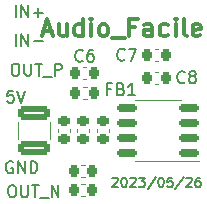
<source format=gto>
G04 #@! TF.GenerationSoftware,KiCad,Pcbnew,(6.0.8)*
G04 #@! TF.CreationDate,2023-05-27T16:58:21+02:00*
G04 #@! TF.ProjectId,10_Audio_Facile,31305f41-7564-4696-9f5f-466163696c65,rev?*
G04 #@! TF.SameCoordinates,Original*
G04 #@! TF.FileFunction,Legend,Top*
G04 #@! TF.FilePolarity,Positive*
%FSLAX46Y46*%
G04 Gerber Fmt 4.6, Leading zero omitted, Abs format (unit mm)*
G04 Created by KiCad (PCBNEW (6.0.8)) date 2023-05-27 16:58:21*
%MOMM*%
%LPD*%
G01*
G04 APERTURE LIST*
G04 Aperture macros list*
%AMRoundRect*
0 Rectangle with rounded corners*
0 $1 Rounding radius*
0 $2 $3 $4 $5 $6 $7 $8 $9 X,Y pos of 4 corners*
0 Add a 4 corners polygon primitive as box body*
4,1,4,$2,$3,$4,$5,$6,$7,$8,$9,$2,$3,0*
0 Add four circle primitives for the rounded corners*
1,1,$1+$1,$2,$3*
1,1,$1+$1,$4,$5*
1,1,$1+$1,$6,$7*
1,1,$1+$1,$8,$9*
0 Add four rect primitives between the rounded corners*
20,1,$1+$1,$2,$3,$4,$5,0*
20,1,$1+$1,$4,$5,$6,$7,0*
20,1,$1+$1,$6,$7,$8,$9,0*
20,1,$1+$1,$8,$9,$2,$3,0*%
%AMFreePoly0*
4,1,19,2.294749,0.844703,2.473926,0.804652,2.640323,0.727060,2.786177,0.615546,2.904682,0.475314,2.990310,0.312906,3.039066,0.135899,3.048675,-0.047448,3.018688,-0.228582,2.950505,-0.399051,2.847308,-0.550902,2.713909,-0.677050,2.556534,-0.771611,2.382525,-0.830171,2.200000,-0.850000,-0.850000,-0.850000,-0.850000,0.850000,2.200000,0.850000,2.294749,0.844703,2.294749,0.844703,
$1*%
G04 Aperture macros list end*
%ADD10C,0.200000*%
%ADD11C,0.150000*%
%ADD12C,0.300000*%
%ADD13C,0.120000*%
%ADD14RoundRect,0.250000X1.100000X-0.325000X1.100000X0.325000X-1.100000X0.325000X-1.100000X-0.325000X0*%
%ADD15RoundRect,0.225000X0.250000X-0.225000X0.250000X0.225000X-0.250000X0.225000X-0.250000X-0.225000X0*%
%ADD16RoundRect,0.225000X-0.225000X-0.250000X0.225000X-0.250000X0.225000X0.250000X-0.225000X0.250000X0*%
%ADD17RoundRect,0.225000X0.225000X0.250000X-0.225000X0.250000X-0.225000X-0.250000X0.225000X-0.250000X0*%
%ADD18RoundRect,0.218750X0.218750X0.256250X-0.218750X0.256250X-0.218750X-0.256250X0.218750X-0.256250X0*%
%ADD19RoundRect,0.150000X0.675000X0.150000X-0.675000X0.150000X-0.675000X-0.150000X0.675000X-0.150000X0*%
%ADD20FreePoly0,180.000000*%
%ADD21C,1.524000*%
G04 APERTURE END LIST*
D10*
X114376666Y-75203095D02*
X114414761Y-75165000D01*
X114490952Y-75126904D01*
X114681428Y-75126904D01*
X114757619Y-75165000D01*
X114795714Y-75203095D01*
X114833809Y-75279285D01*
X114833809Y-75355476D01*
X114795714Y-75469761D01*
X114338571Y-75926904D01*
X114833809Y-75926904D01*
X115329047Y-75126904D02*
X115405238Y-75126904D01*
X115481428Y-75165000D01*
X115519523Y-75203095D01*
X115557619Y-75279285D01*
X115595714Y-75431666D01*
X115595714Y-75622142D01*
X115557619Y-75774523D01*
X115519523Y-75850714D01*
X115481428Y-75888809D01*
X115405238Y-75926904D01*
X115329047Y-75926904D01*
X115252857Y-75888809D01*
X115214761Y-75850714D01*
X115176666Y-75774523D01*
X115138571Y-75622142D01*
X115138571Y-75431666D01*
X115176666Y-75279285D01*
X115214761Y-75203095D01*
X115252857Y-75165000D01*
X115329047Y-75126904D01*
X115900476Y-75203095D02*
X115938571Y-75165000D01*
X116014761Y-75126904D01*
X116205238Y-75126904D01*
X116281428Y-75165000D01*
X116319523Y-75203095D01*
X116357619Y-75279285D01*
X116357619Y-75355476D01*
X116319523Y-75469761D01*
X115862380Y-75926904D01*
X116357619Y-75926904D01*
X116624285Y-75126904D02*
X117119523Y-75126904D01*
X116852857Y-75431666D01*
X116967142Y-75431666D01*
X117043333Y-75469761D01*
X117081428Y-75507857D01*
X117119523Y-75584047D01*
X117119523Y-75774523D01*
X117081428Y-75850714D01*
X117043333Y-75888809D01*
X116967142Y-75926904D01*
X116738571Y-75926904D01*
X116662380Y-75888809D01*
X116624285Y-75850714D01*
X118033809Y-75088809D02*
X117348095Y-76117380D01*
X118452857Y-75126904D02*
X118529047Y-75126904D01*
X118605238Y-75165000D01*
X118643333Y-75203095D01*
X118681428Y-75279285D01*
X118719523Y-75431666D01*
X118719523Y-75622142D01*
X118681428Y-75774523D01*
X118643333Y-75850714D01*
X118605238Y-75888809D01*
X118529047Y-75926904D01*
X118452857Y-75926904D01*
X118376666Y-75888809D01*
X118338571Y-75850714D01*
X118300476Y-75774523D01*
X118262380Y-75622142D01*
X118262380Y-75431666D01*
X118300476Y-75279285D01*
X118338571Y-75203095D01*
X118376666Y-75165000D01*
X118452857Y-75126904D01*
X119443333Y-75126904D02*
X119062380Y-75126904D01*
X119024285Y-75507857D01*
X119062380Y-75469761D01*
X119138571Y-75431666D01*
X119329047Y-75431666D01*
X119405238Y-75469761D01*
X119443333Y-75507857D01*
X119481428Y-75584047D01*
X119481428Y-75774523D01*
X119443333Y-75850714D01*
X119405238Y-75888809D01*
X119329047Y-75926904D01*
X119138571Y-75926904D01*
X119062380Y-75888809D01*
X119024285Y-75850714D01*
X120395714Y-75088809D02*
X119710000Y-76117380D01*
X120624285Y-75203095D02*
X120662380Y-75165000D01*
X120738571Y-75126904D01*
X120929047Y-75126904D01*
X121005238Y-75165000D01*
X121043333Y-75203095D01*
X121081428Y-75279285D01*
X121081428Y-75355476D01*
X121043333Y-75469761D01*
X120586190Y-75926904D01*
X121081428Y-75926904D01*
X121767142Y-75126904D02*
X121614761Y-75126904D01*
X121538571Y-75165000D01*
X121500476Y-75203095D01*
X121424285Y-75317380D01*
X121386190Y-75469761D01*
X121386190Y-75774523D01*
X121424285Y-75850714D01*
X121462380Y-75888809D01*
X121538571Y-75926904D01*
X121690952Y-75926904D01*
X121767142Y-75888809D01*
X121805238Y-75850714D01*
X121843333Y-75774523D01*
X121843333Y-75584047D01*
X121805238Y-75507857D01*
X121767142Y-75469761D01*
X121690952Y-75431666D01*
X121538571Y-75431666D01*
X121462380Y-75469761D01*
X121424285Y-75507857D01*
X121386190Y-75584047D01*
D11*
X106172142Y-61539380D02*
X106172142Y-60539380D01*
X106648333Y-61539380D02*
X106648333Y-60539380D01*
X107219761Y-61539380D01*
X107219761Y-60539380D01*
X107695952Y-61158428D02*
X108457857Y-61158428D01*
X108076904Y-61539380D02*
X108076904Y-60777476D01*
X105918095Y-73795000D02*
X105822857Y-73747380D01*
X105680000Y-73747380D01*
X105537142Y-73795000D01*
X105441904Y-73890238D01*
X105394285Y-73985476D01*
X105346666Y-74175952D01*
X105346666Y-74318809D01*
X105394285Y-74509285D01*
X105441904Y-74604523D01*
X105537142Y-74699761D01*
X105680000Y-74747380D01*
X105775238Y-74747380D01*
X105918095Y-74699761D01*
X105965714Y-74652142D01*
X105965714Y-74318809D01*
X105775238Y-74318809D01*
X106394285Y-74747380D02*
X106394285Y-73747380D01*
X106965714Y-74747380D01*
X106965714Y-73747380D01*
X107441904Y-74747380D02*
X107441904Y-73747380D01*
X107680000Y-73747380D01*
X107822857Y-73795000D01*
X107918095Y-73890238D01*
X107965714Y-73985476D01*
X108013333Y-74175952D01*
X108013333Y-74318809D01*
X107965714Y-74509285D01*
X107918095Y-74604523D01*
X107822857Y-74699761D01*
X107680000Y-74747380D01*
X107441904Y-74747380D01*
X105981523Y-67778380D02*
X105505333Y-67778380D01*
X105457714Y-68254571D01*
X105505333Y-68206952D01*
X105600571Y-68159333D01*
X105838666Y-68159333D01*
X105933904Y-68206952D01*
X105981523Y-68254571D01*
X106029142Y-68349809D01*
X106029142Y-68587904D01*
X105981523Y-68683142D01*
X105933904Y-68730761D01*
X105838666Y-68778380D01*
X105600571Y-68778380D01*
X105505333Y-68730761D01*
X105457714Y-68683142D01*
X106314857Y-67778380D02*
X106648190Y-68778380D01*
X106981523Y-67778380D01*
X106172142Y-63952380D02*
X106172142Y-62952380D01*
X106648333Y-63952380D02*
X106648333Y-62952380D01*
X107219761Y-63952380D01*
X107219761Y-62952380D01*
X107695952Y-63571428D02*
X108457857Y-63571428D01*
X106069047Y-65492380D02*
X106259523Y-65492380D01*
X106354761Y-65540000D01*
X106450000Y-65635238D01*
X106497619Y-65825714D01*
X106497619Y-66159047D01*
X106450000Y-66349523D01*
X106354761Y-66444761D01*
X106259523Y-66492380D01*
X106069047Y-66492380D01*
X105973809Y-66444761D01*
X105878571Y-66349523D01*
X105830952Y-66159047D01*
X105830952Y-65825714D01*
X105878571Y-65635238D01*
X105973809Y-65540000D01*
X106069047Y-65492380D01*
X106926190Y-65492380D02*
X106926190Y-66301904D01*
X106973809Y-66397142D01*
X107021428Y-66444761D01*
X107116666Y-66492380D01*
X107307142Y-66492380D01*
X107402380Y-66444761D01*
X107450000Y-66397142D01*
X107497619Y-66301904D01*
X107497619Y-65492380D01*
X107830952Y-65492380D02*
X108402380Y-65492380D01*
X108116666Y-66492380D02*
X108116666Y-65492380D01*
X108497619Y-66587619D02*
X109259523Y-66587619D01*
X109497619Y-66492380D02*
X109497619Y-65492380D01*
X109878571Y-65492380D01*
X109973809Y-65540000D01*
X110021428Y-65587619D01*
X110069047Y-65682857D01*
X110069047Y-65825714D01*
X110021428Y-65920952D01*
X109973809Y-65968571D01*
X109878571Y-66016190D01*
X109497619Y-66016190D01*
D12*
X108510428Y-62734000D02*
X109224714Y-62734000D01*
X108367571Y-63162571D02*
X108867571Y-61662571D01*
X109367571Y-63162571D01*
X110510428Y-62162571D02*
X110510428Y-63162571D01*
X109867571Y-62162571D02*
X109867571Y-62948285D01*
X109939000Y-63091142D01*
X110081857Y-63162571D01*
X110296142Y-63162571D01*
X110439000Y-63091142D01*
X110510428Y-63019714D01*
X111867571Y-63162571D02*
X111867571Y-61662571D01*
X111867571Y-63091142D02*
X111724714Y-63162571D01*
X111439000Y-63162571D01*
X111296142Y-63091142D01*
X111224714Y-63019714D01*
X111153285Y-62876857D01*
X111153285Y-62448285D01*
X111224714Y-62305428D01*
X111296142Y-62234000D01*
X111439000Y-62162571D01*
X111724714Y-62162571D01*
X111867571Y-62234000D01*
X112581857Y-63162571D02*
X112581857Y-62162571D01*
X112581857Y-61662571D02*
X112510428Y-61734000D01*
X112581857Y-61805428D01*
X112653285Y-61734000D01*
X112581857Y-61662571D01*
X112581857Y-61805428D01*
X113510428Y-63162571D02*
X113367571Y-63091142D01*
X113296142Y-63019714D01*
X113224714Y-62876857D01*
X113224714Y-62448285D01*
X113296142Y-62305428D01*
X113367571Y-62234000D01*
X113510428Y-62162571D01*
X113724714Y-62162571D01*
X113867571Y-62234000D01*
X113939000Y-62305428D01*
X114010428Y-62448285D01*
X114010428Y-62876857D01*
X113939000Y-63019714D01*
X113867571Y-63091142D01*
X113724714Y-63162571D01*
X113510428Y-63162571D01*
X114296142Y-63305428D02*
X115439000Y-63305428D01*
X116296142Y-62376857D02*
X115796142Y-62376857D01*
X115796142Y-63162571D02*
X115796142Y-61662571D01*
X116510428Y-61662571D01*
X117724714Y-63162571D02*
X117724714Y-62376857D01*
X117653285Y-62234000D01*
X117510428Y-62162571D01*
X117224714Y-62162571D01*
X117081857Y-62234000D01*
X117724714Y-63091142D02*
X117581857Y-63162571D01*
X117224714Y-63162571D01*
X117081857Y-63091142D01*
X117010428Y-62948285D01*
X117010428Y-62805428D01*
X117081857Y-62662571D01*
X117224714Y-62591142D01*
X117581857Y-62591142D01*
X117724714Y-62519714D01*
X119081857Y-63091142D02*
X118939000Y-63162571D01*
X118653285Y-63162571D01*
X118510428Y-63091142D01*
X118439000Y-63019714D01*
X118367571Y-62876857D01*
X118367571Y-62448285D01*
X118439000Y-62305428D01*
X118510428Y-62234000D01*
X118653285Y-62162571D01*
X118939000Y-62162571D01*
X119081857Y-62234000D01*
X119724714Y-63162571D02*
X119724714Y-62162571D01*
X119724714Y-61662571D02*
X119653285Y-61734000D01*
X119724714Y-61805428D01*
X119796142Y-61734000D01*
X119724714Y-61662571D01*
X119724714Y-61805428D01*
X120653285Y-63162571D02*
X120510428Y-63091142D01*
X120439000Y-62948285D01*
X120439000Y-61662571D01*
X121796142Y-63091142D02*
X121653285Y-63162571D01*
X121367571Y-63162571D01*
X121224714Y-63091142D01*
X121153285Y-62948285D01*
X121153285Y-62376857D01*
X121224714Y-62234000D01*
X121367571Y-62162571D01*
X121653285Y-62162571D01*
X121796142Y-62234000D01*
X121867571Y-62376857D01*
X121867571Y-62519714D01*
X121153285Y-62662571D01*
D11*
X105791238Y-75779380D02*
X105981714Y-75779380D01*
X106076952Y-75827000D01*
X106172190Y-75922238D01*
X106219809Y-76112714D01*
X106219809Y-76446047D01*
X106172190Y-76636523D01*
X106076952Y-76731761D01*
X105981714Y-76779380D01*
X105791238Y-76779380D01*
X105696000Y-76731761D01*
X105600761Y-76636523D01*
X105553142Y-76446047D01*
X105553142Y-76112714D01*
X105600761Y-75922238D01*
X105696000Y-75827000D01*
X105791238Y-75779380D01*
X106648380Y-75779380D02*
X106648380Y-76588904D01*
X106696000Y-76684142D01*
X106743619Y-76731761D01*
X106838857Y-76779380D01*
X107029333Y-76779380D01*
X107124571Y-76731761D01*
X107172190Y-76684142D01*
X107219809Y-76588904D01*
X107219809Y-75779380D01*
X107553142Y-75779380D02*
X108124571Y-75779380D01*
X107838857Y-76779380D02*
X107838857Y-75779380D01*
X108219809Y-76874619D02*
X108981714Y-76874619D01*
X109219809Y-76779380D02*
X109219809Y-75779380D01*
X109791238Y-76779380D01*
X109791238Y-75779380D01*
X111847333Y-65221142D02*
X111799714Y-65268761D01*
X111656857Y-65316380D01*
X111561619Y-65316380D01*
X111418761Y-65268761D01*
X111323523Y-65173523D01*
X111275904Y-65078285D01*
X111228285Y-64887809D01*
X111228285Y-64744952D01*
X111275904Y-64554476D01*
X111323523Y-64459238D01*
X111418761Y-64364000D01*
X111561619Y-64316380D01*
X111656857Y-64316380D01*
X111799714Y-64364000D01*
X111847333Y-64411619D01*
X112704476Y-64316380D02*
X112514000Y-64316380D01*
X112418761Y-64364000D01*
X112371142Y-64411619D01*
X112275904Y-64554476D01*
X112228285Y-64744952D01*
X112228285Y-65125904D01*
X112275904Y-65221142D01*
X112323523Y-65268761D01*
X112418761Y-65316380D01*
X112609238Y-65316380D01*
X112704476Y-65268761D01*
X112752095Y-65221142D01*
X112799714Y-65125904D01*
X112799714Y-64887809D01*
X112752095Y-64792571D01*
X112704476Y-64744952D01*
X112609238Y-64697333D01*
X112418761Y-64697333D01*
X112323523Y-64744952D01*
X112275904Y-64792571D01*
X112228285Y-64887809D01*
X115403333Y-65127142D02*
X115355714Y-65174761D01*
X115212857Y-65222380D01*
X115117619Y-65222380D01*
X114974761Y-65174761D01*
X114879523Y-65079523D01*
X114831904Y-64984285D01*
X114784285Y-64793809D01*
X114784285Y-64650952D01*
X114831904Y-64460476D01*
X114879523Y-64365238D01*
X114974761Y-64270000D01*
X115117619Y-64222380D01*
X115212857Y-64222380D01*
X115355714Y-64270000D01*
X115403333Y-64317619D01*
X115736666Y-64222380D02*
X116403333Y-64222380D01*
X115974761Y-65222380D01*
X120483333Y-67032142D02*
X120435714Y-67079761D01*
X120292857Y-67127380D01*
X120197619Y-67127380D01*
X120054761Y-67079761D01*
X119959523Y-66984523D01*
X119911904Y-66889285D01*
X119864285Y-66698809D01*
X119864285Y-66555952D01*
X119911904Y-66365476D01*
X119959523Y-66270238D01*
X120054761Y-66175000D01*
X120197619Y-66127380D01*
X120292857Y-66127380D01*
X120435714Y-66175000D01*
X120483333Y-66222619D01*
X121054761Y-66555952D02*
X120959523Y-66508333D01*
X120911904Y-66460714D01*
X120864285Y-66365476D01*
X120864285Y-66317857D01*
X120911904Y-66222619D01*
X120959523Y-66175000D01*
X121054761Y-66127380D01*
X121245238Y-66127380D01*
X121340476Y-66175000D01*
X121388095Y-66222619D01*
X121435714Y-66317857D01*
X121435714Y-66365476D01*
X121388095Y-66460714D01*
X121340476Y-66508333D01*
X121245238Y-66555952D01*
X121054761Y-66555952D01*
X120959523Y-66603571D01*
X120911904Y-66651190D01*
X120864285Y-66746428D01*
X120864285Y-66936904D01*
X120911904Y-67032142D01*
X120959523Y-67079761D01*
X121054761Y-67127380D01*
X121245238Y-67127380D01*
X121340476Y-67079761D01*
X121388095Y-67032142D01*
X121435714Y-66936904D01*
X121435714Y-66746428D01*
X121388095Y-66651190D01*
X121340476Y-66603571D01*
X121245238Y-66555952D01*
X114228666Y-67619571D02*
X113895333Y-67619571D01*
X113895333Y-68143380D02*
X113895333Y-67143380D01*
X114371523Y-67143380D01*
X115085809Y-67619571D02*
X115228666Y-67667190D01*
X115276285Y-67714809D01*
X115323904Y-67810047D01*
X115323904Y-67952904D01*
X115276285Y-68048142D01*
X115228666Y-68095761D01*
X115133428Y-68143380D01*
X114752476Y-68143380D01*
X114752476Y-67143380D01*
X115085809Y-67143380D01*
X115181047Y-67191000D01*
X115228666Y-67238619D01*
X115276285Y-67333857D01*
X115276285Y-67429095D01*
X115228666Y-67524333D01*
X115181047Y-67571952D01*
X115085809Y-67619571D01*
X114752476Y-67619571D01*
X116276285Y-68143380D02*
X115704857Y-68143380D01*
X115990571Y-68143380D02*
X115990571Y-67143380D01*
X115895333Y-67286238D01*
X115800095Y-67381476D01*
X115704857Y-67429095D01*
D13*
X106336000Y-71831252D02*
X106336000Y-70408748D01*
X109056000Y-71831252D02*
X109056000Y-70408748D01*
X110746000Y-71260580D02*
X110746000Y-70979420D01*
X109726000Y-71260580D02*
X109726000Y-70979420D01*
X112422400Y-71260580D02*
X112422400Y-70979420D01*
X111402400Y-71260580D02*
X111402400Y-70979420D01*
X113078800Y-71260580D02*
X113078800Y-70979420D01*
X114098800Y-71260580D02*
X114098800Y-70979420D01*
X111873420Y-65784000D02*
X112154580Y-65784000D01*
X111873420Y-66804000D02*
X112154580Y-66804000D01*
X118250580Y-64260000D02*
X117969420Y-64260000D01*
X118250580Y-65280000D02*
X117969420Y-65280000D01*
X118250580Y-66165000D02*
X117969420Y-66165000D01*
X118250580Y-67185000D02*
X117969420Y-67185000D01*
X112027580Y-76710000D02*
X111746420Y-76710000D01*
X112027580Y-75690000D02*
X111746420Y-75690000D01*
X112176779Y-68455000D02*
X111851221Y-68455000D01*
X112176779Y-67435000D02*
X111851221Y-67435000D01*
X112049779Y-74039000D02*
X111724221Y-74039000D01*
X112049779Y-75059000D02*
X111724221Y-75059000D01*
X118262400Y-68560000D02*
X120212400Y-68560000D01*
X118262400Y-73680000D02*
X116312400Y-73680000D01*
X118262400Y-68560000D02*
X116312400Y-68560000D01*
X118262400Y-73680000D02*
X121712400Y-73680000D01*
%LPC*%
D14*
X107696000Y-72595000D03*
X107696000Y-69645000D03*
D15*
X110236000Y-71895000D03*
X110236000Y-70345000D03*
X111912400Y-71895000D03*
X111912400Y-70345000D03*
X113588800Y-71895000D03*
X113588800Y-70345000D03*
D16*
X111239000Y-66294000D03*
X112789000Y-66294000D03*
D17*
X118885000Y-64770000D03*
X117335000Y-64770000D03*
X118885000Y-66675000D03*
X117335000Y-66675000D03*
X112662000Y-76200000D03*
X111112000Y-76200000D03*
D18*
X112801500Y-67945000D03*
X111226500Y-67945000D03*
X112674500Y-74549000D03*
X111099500Y-74549000D03*
D19*
X120887400Y-73025000D03*
X120887400Y-71755000D03*
X120887400Y-70485000D03*
X120887400Y-69215000D03*
X115637400Y-69215000D03*
X115637400Y-70485000D03*
X115637400Y-71755000D03*
X115637400Y-73025000D03*
D20*
X104140000Y-68580000D03*
D21*
X101600000Y-68580000D03*
X101600000Y-73660000D03*
D20*
X104140000Y-73660000D03*
X104140000Y-71120000D03*
D21*
X101600000Y-71120000D03*
X101600000Y-63500000D03*
D20*
X104140000Y-63500000D03*
D21*
X101600000Y-60960000D03*
D20*
X104140000Y-60960000D03*
D21*
X101600000Y-76200000D03*
D20*
X104140000Y-76200000D03*
X104140000Y-66040000D03*
D21*
X101600000Y-66040000D03*
M02*

</source>
